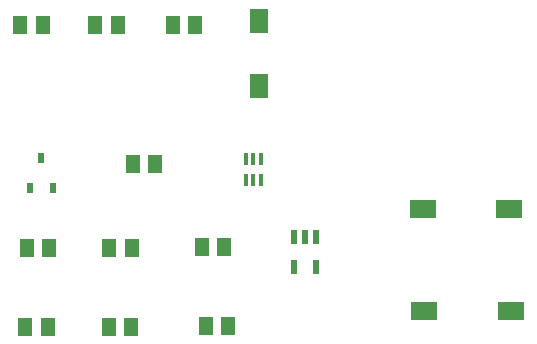
<source format=gbr>
G04 EAGLE Gerber RS-274X export*
G75*
%MOMM*%
%FSLAX34Y34*%
%LPD*%
%INSolderpaste Top*%
%IPPOS*%
%AMOC8*
5,1,8,0,0,1.08239X$1,22.5*%
G01*
%ADD10R,1.300000X1.500000*%
%ADD11R,1.550000X2.150000*%
%ADD12R,0.300000X1.000000*%
%ADD13R,2.300000X1.600000*%
%ADD14R,0.600000X1.200000*%
%ADD15R,0.600000X0.850000*%


D10*
X252100Y847600D03*
X233100Y847600D03*
X123100Y847600D03*
X104100Y847600D03*
X167400Y847400D03*
X186400Y847400D03*
D11*
X306200Y850800D03*
X306200Y795800D03*
D12*
X294700Y716200D03*
X301200Y716200D03*
X307700Y716200D03*
X294700Y734200D03*
X301200Y734200D03*
X307700Y734200D03*
D13*
X446000Y605000D03*
X519000Y605000D03*
X445100Y691900D03*
X518100Y691900D03*
D14*
X354700Y667700D03*
X345200Y667700D03*
X335700Y667700D03*
X335700Y642700D03*
X354700Y642700D03*
D15*
X112300Y709900D03*
X131300Y709900D03*
X121800Y734900D03*
D10*
X257400Y659400D03*
X276400Y659400D03*
X178800Y591900D03*
X197800Y591900D03*
X179300Y658900D03*
X198300Y658900D03*
X280100Y593100D03*
X261100Y593100D03*
X108200Y591900D03*
X127200Y591900D03*
X218100Y729600D03*
X199100Y729600D03*
X109400Y658400D03*
X128400Y658400D03*
M02*

</source>
